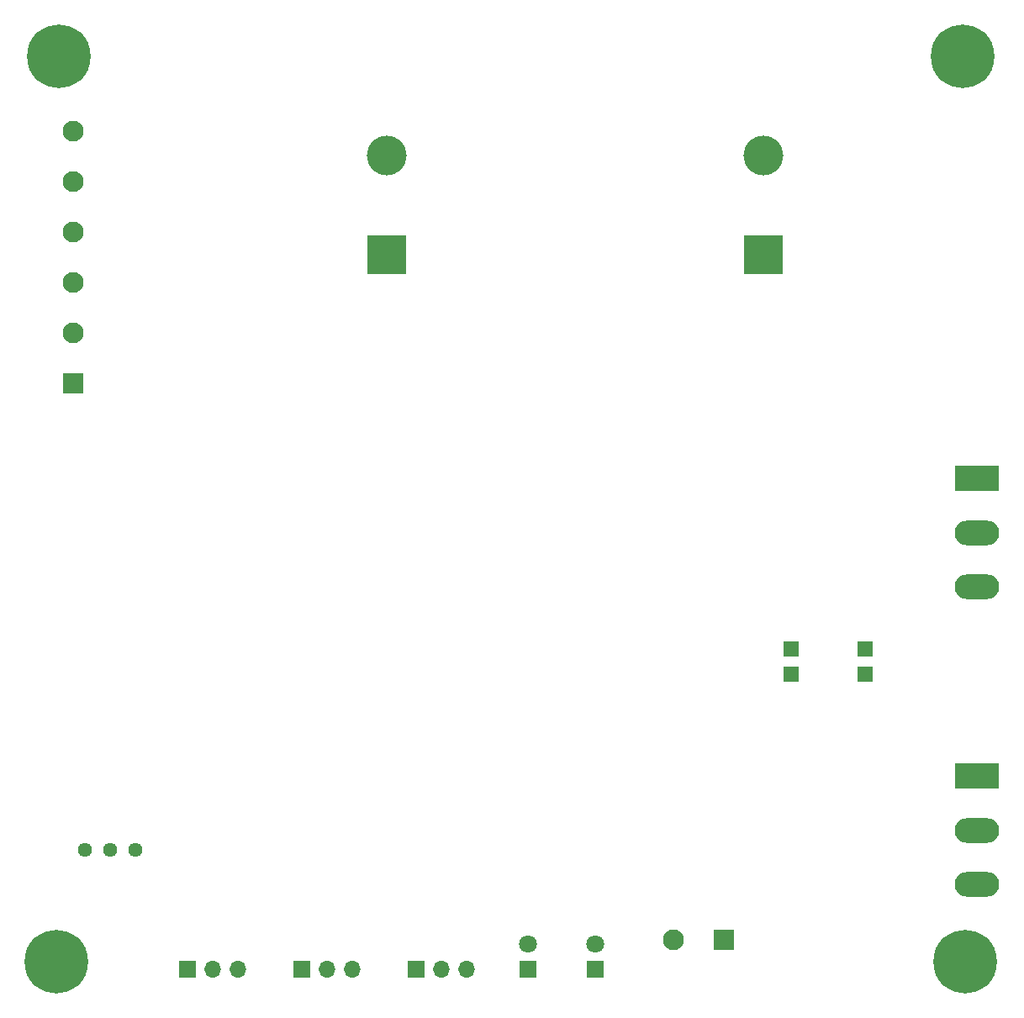
<source format=gbr>
%TF.GenerationSoftware,KiCad,Pcbnew,(5.1.10-1-10_14)*%
%TF.CreationDate,2021-12-23T00:47:36+01:00*%
%TF.ProjectId,NordstroemSupply,4e6f7264-7374-4726-9f65-6d537570706c,rev?*%
%TF.SameCoordinates,Original*%
%TF.FileFunction,Soldermask,Bot*%
%TF.FilePolarity,Negative*%
%FSLAX46Y46*%
G04 Gerber Fmt 4.6, Leading zero omitted, Abs format (unit mm)*
G04 Created by KiCad (PCBNEW (5.1.10-1-10_14)) date 2021-12-23 00:47:36*
%MOMM*%
%LPD*%
G01*
G04 APERTURE LIST*
%ADD10R,1.500000X1.500000*%
%ADD11C,0.800000*%
%ADD12C,6.400000*%
%ADD13R,4.000000X4.000000*%
%ADD14C,4.000000*%
%ADD15R,1.800000X1.800000*%
%ADD16C,1.800000*%
%ADD17R,2.100000X2.100000*%
%ADD18C,2.100000*%
%ADD19R,4.500000X2.500000*%
%ADD20O,4.500000X2.500000*%
%ADD21C,1.440000*%
%ADD22R,1.700000X1.700000*%
%ADD23O,1.700000X1.700000*%
G04 APERTURE END LIST*
D10*
%TO.C,H8*%
X78250000Y35750000D03*
%TD*%
%TO.C,H7*%
X85750000Y35750000D03*
%TD*%
%TO.C,H6*%
X78250000Y33250000D03*
%TD*%
D11*
%TO.C,H4*%
X97447056Y5947056D03*
X95750000Y6650000D03*
X94052944Y5947056D03*
X93350000Y4250000D03*
X94052944Y2552944D03*
X95750000Y1850000D03*
X97447056Y2552944D03*
X98150000Y4250000D03*
D12*
X95750000Y4250000D03*
%TD*%
D11*
%TO.C,H3*%
X5947056Y5947056D03*
X4250000Y6650000D03*
X2552944Y5947056D03*
X1850000Y4250000D03*
X2552944Y2552944D03*
X4250000Y1850000D03*
X5947056Y2552944D03*
X6650000Y4250000D03*
D12*
X4250000Y4250000D03*
%TD*%
D11*
%TO.C,H2*%
X97197056Y97197056D03*
X95500000Y97900000D03*
X93802944Y97197056D03*
X93100000Y95500000D03*
X93802944Y93802944D03*
X95500000Y93100000D03*
X97197056Y93802944D03*
X97900000Y95500000D03*
D12*
X95500000Y95500000D03*
%TD*%
D11*
%TO.C,H1*%
X6197056Y97197056D03*
X4500000Y97900000D03*
X2802944Y97197056D03*
X2100000Y95500000D03*
X2802944Y93802944D03*
X4500000Y93100000D03*
X6197056Y93802944D03*
X6900000Y95500000D03*
D12*
X4500000Y95500000D03*
%TD*%
D13*
%TO.C,C1*%
X37500000Y75500000D03*
D14*
X37500000Y85500000D03*
%TD*%
%TO.C,C2*%
X75500000Y85500000D03*
D13*
X75500000Y75500000D03*
%TD*%
D15*
%TO.C,D7*%
X51750000Y3500000D03*
D16*
X51750000Y6040000D03*
%TD*%
%TO.C,D8*%
X58500000Y6040000D03*
D15*
X58500000Y3500000D03*
%TD*%
D17*
%TO.C,J1*%
X6000000Y62500000D03*
D18*
X6000000Y67580000D03*
X6000000Y72660000D03*
X6000000Y77740000D03*
X6000000Y82820000D03*
X6000000Y87900000D03*
%TD*%
D17*
%TO.C,J2*%
X71500000Y6500000D03*
D18*
X66420000Y6500000D03*
%TD*%
D19*
%TO.C,Q1*%
X97000000Y52950000D03*
D20*
X97000000Y47500000D03*
X97000000Y42050000D03*
%TD*%
%TO.C,Q3*%
X97000000Y12050000D03*
X97000000Y17500000D03*
D19*
X97000000Y22950000D03*
%TD*%
D21*
%TO.C,RV1*%
X12250000Y15500000D03*
X9710000Y15500000D03*
X7170000Y15500000D03*
%TD*%
D22*
%TO.C,RV2*%
X17500000Y3500000D03*
D23*
X20040000Y3500000D03*
X22580000Y3500000D03*
%TD*%
%TO.C,RV3*%
X34080000Y3500000D03*
X31540000Y3500000D03*
D22*
X29000000Y3500000D03*
%TD*%
%TO.C,SW1*%
X40500000Y3500000D03*
D23*
X43040000Y3500000D03*
X45580000Y3500000D03*
%TD*%
D10*
%TO.C,H5*%
X85750000Y33250000D03*
%TD*%
M02*

</source>
